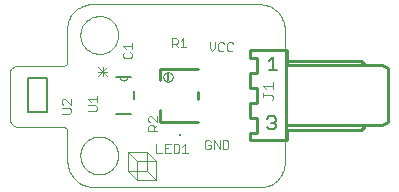
<source format=gto>
G75*
%MOIN*%
%OFA0B0*%
%FSLAX24Y24*%
%IPPOS*%
%LPD*%
%AMOC8*
5,1,8,0,0,1.08239X$1,22.5*
%
%ADD10C,0.0000*%
%ADD11C,0.0030*%
%ADD12C,0.0039*%
%ADD13C,0.0060*%
%ADD14C,0.0100*%
%ADD15C,0.0040*%
%ADD16R,0.0079X0.0315*%
%ADD17R,0.0098X0.0098*%
%ADD18C,0.0050*%
%ADD19C,0.0070*%
D10*
X004197Y001446D02*
X009709Y001446D01*
X009709Y001445D02*
X009764Y001448D01*
X009819Y001455D01*
X009874Y001465D01*
X009927Y001479D01*
X009980Y001496D01*
X010031Y001517D01*
X010081Y001541D01*
X010129Y001569D01*
X010176Y001599D01*
X010220Y001632D01*
X010262Y001668D01*
X010302Y001707D01*
X010339Y001748D01*
X010373Y001792D01*
X010404Y001838D01*
X010432Y001886D01*
X010457Y001935D01*
X010479Y001986D01*
X010497Y002038D01*
X010512Y002092D01*
X010523Y002146D01*
X010531Y002201D01*
X010535Y002256D01*
X010536Y002312D01*
X010536Y006682D01*
X010535Y006738D01*
X010531Y006793D01*
X010523Y006848D01*
X010512Y006902D01*
X010497Y006956D01*
X010479Y007008D01*
X010457Y007059D01*
X010432Y007108D01*
X010404Y007156D01*
X010373Y007202D01*
X010339Y007246D01*
X010302Y007287D01*
X010262Y007326D01*
X010220Y007362D01*
X010176Y007395D01*
X010129Y007425D01*
X010081Y007453D01*
X010031Y007477D01*
X009980Y007498D01*
X009927Y007515D01*
X009874Y007529D01*
X009819Y007539D01*
X009764Y007546D01*
X009709Y007549D01*
X009709Y007548D02*
X004119Y007548D01*
X003292Y006761D02*
X003292Y005659D01*
X003293Y005637D01*
X003291Y005615D01*
X003286Y005594D01*
X003277Y005574D01*
X003265Y005556D01*
X003251Y005539D01*
X003234Y005525D01*
X003215Y005514D01*
X003195Y005506D01*
X003174Y005501D01*
X001638Y005501D01*
X001638Y005502D02*
X001607Y005500D01*
X001577Y005495D01*
X001547Y005487D01*
X001518Y005475D01*
X001491Y005460D01*
X001466Y005442D01*
X001443Y005421D01*
X001422Y005398D01*
X001404Y005373D01*
X001389Y005346D01*
X001377Y005317D01*
X001369Y005287D01*
X001364Y005257D01*
X001362Y005226D01*
X001363Y005226D02*
X001363Y003769D01*
X001365Y003736D01*
X001370Y003704D01*
X001378Y003672D01*
X001390Y003641D01*
X001405Y003612D01*
X001423Y003584D01*
X001444Y003558D01*
X001467Y003535D01*
X001493Y003514D01*
X001521Y003496D01*
X001550Y003481D01*
X001581Y003469D01*
X001613Y003461D01*
X001645Y003456D01*
X001678Y003454D01*
X003134Y003454D01*
X003156Y003455D01*
X003178Y003453D01*
X003199Y003448D01*
X003219Y003439D01*
X003237Y003427D01*
X003254Y003413D01*
X003268Y003396D01*
X003279Y003377D01*
X003287Y003357D01*
X003292Y003336D01*
X003292Y002352D01*
X003291Y002352D02*
X003293Y002293D01*
X003299Y002234D01*
X003308Y002175D01*
X003322Y002118D01*
X003339Y002061D01*
X003360Y002005D01*
X003384Y001951D01*
X003412Y001899D01*
X003444Y001849D01*
X003478Y001800D01*
X003516Y001755D01*
X003556Y001711D01*
X003600Y001671D01*
X003645Y001633D01*
X003694Y001599D01*
X003744Y001567D01*
X003796Y001539D01*
X003850Y001515D01*
X003906Y001494D01*
X003963Y001477D01*
X004020Y001463D01*
X004079Y001454D01*
X004138Y001448D01*
X004197Y001446D01*
X003725Y002509D02*
X003727Y002559D01*
X003733Y002609D01*
X003743Y002658D01*
X003757Y002706D01*
X003774Y002753D01*
X003795Y002798D01*
X003820Y002842D01*
X003848Y002883D01*
X003880Y002922D01*
X003914Y002959D01*
X003951Y002993D01*
X003991Y003023D01*
X004033Y003050D01*
X004077Y003074D01*
X004123Y003095D01*
X004170Y003111D01*
X004218Y003124D01*
X004268Y003133D01*
X004317Y003138D01*
X004368Y003139D01*
X004418Y003136D01*
X004467Y003129D01*
X004516Y003118D01*
X004564Y003103D01*
X004610Y003085D01*
X004655Y003063D01*
X004698Y003037D01*
X004739Y003008D01*
X004778Y002976D01*
X004814Y002941D01*
X004846Y002903D01*
X004876Y002863D01*
X004903Y002820D01*
X004926Y002776D01*
X004945Y002730D01*
X004961Y002682D01*
X004973Y002633D01*
X004981Y002584D01*
X004985Y002534D01*
X004985Y002484D01*
X004981Y002434D01*
X004973Y002385D01*
X004961Y002336D01*
X004945Y002288D01*
X004926Y002242D01*
X004903Y002198D01*
X004876Y002155D01*
X004846Y002115D01*
X004814Y002077D01*
X004778Y002042D01*
X004739Y002010D01*
X004698Y001981D01*
X004655Y001955D01*
X004610Y001933D01*
X004564Y001915D01*
X004516Y001900D01*
X004467Y001889D01*
X004418Y001882D01*
X004368Y001879D01*
X004317Y001880D01*
X004268Y001885D01*
X004218Y001894D01*
X004170Y001907D01*
X004123Y001923D01*
X004077Y001944D01*
X004033Y001968D01*
X003991Y001995D01*
X003951Y002025D01*
X003914Y002059D01*
X003880Y002096D01*
X003848Y002135D01*
X003820Y002176D01*
X003795Y002220D01*
X003774Y002265D01*
X003757Y002312D01*
X003743Y002360D01*
X003733Y002409D01*
X003727Y002459D01*
X003725Y002509D01*
X005042Y005127D02*
X005044Y005106D01*
X005049Y005086D01*
X005058Y005067D01*
X005070Y005050D01*
X005085Y005035D01*
X005102Y005023D01*
X005121Y005014D01*
X005141Y005009D01*
X005162Y005007D01*
X005183Y005009D01*
X005203Y005014D01*
X005222Y005023D01*
X005239Y005035D01*
X005254Y005050D01*
X005266Y005067D01*
X005275Y005086D01*
X005280Y005106D01*
X005282Y005127D01*
X003725Y006525D02*
X003727Y006575D01*
X003733Y006625D01*
X003743Y006674D01*
X003757Y006722D01*
X003774Y006769D01*
X003795Y006814D01*
X003820Y006858D01*
X003848Y006899D01*
X003880Y006938D01*
X003914Y006975D01*
X003951Y007009D01*
X003991Y007039D01*
X004033Y007066D01*
X004077Y007090D01*
X004123Y007111D01*
X004170Y007127D01*
X004218Y007140D01*
X004268Y007149D01*
X004317Y007154D01*
X004368Y007155D01*
X004418Y007152D01*
X004467Y007145D01*
X004516Y007134D01*
X004564Y007119D01*
X004610Y007101D01*
X004655Y007079D01*
X004698Y007053D01*
X004739Y007024D01*
X004778Y006992D01*
X004814Y006957D01*
X004846Y006919D01*
X004876Y006879D01*
X004903Y006836D01*
X004926Y006792D01*
X004945Y006746D01*
X004961Y006698D01*
X004973Y006649D01*
X004981Y006600D01*
X004985Y006550D01*
X004985Y006500D01*
X004981Y006450D01*
X004973Y006401D01*
X004961Y006352D01*
X004945Y006304D01*
X004926Y006258D01*
X004903Y006214D01*
X004876Y006171D01*
X004846Y006131D01*
X004814Y006093D01*
X004778Y006058D01*
X004739Y006026D01*
X004698Y005997D01*
X004655Y005971D01*
X004610Y005949D01*
X004564Y005931D01*
X004516Y005916D01*
X004467Y005905D01*
X004418Y005898D01*
X004368Y005895D01*
X004317Y005896D01*
X004268Y005901D01*
X004218Y005910D01*
X004170Y005923D01*
X004123Y005939D01*
X004077Y005960D01*
X004033Y005984D01*
X003991Y006011D01*
X003951Y006041D01*
X003914Y006075D01*
X003880Y006112D01*
X003848Y006151D01*
X003820Y006192D01*
X003795Y006236D01*
X003774Y006281D01*
X003757Y006328D01*
X003743Y006376D01*
X003733Y006425D01*
X003727Y006475D01*
X003725Y006525D01*
X003292Y006761D02*
X003295Y006816D01*
X003302Y006870D01*
X003313Y006924D01*
X003327Y006978D01*
X003345Y007030D01*
X003367Y007080D01*
X003392Y007130D01*
X003420Y007177D01*
X003451Y007222D01*
X003486Y007265D01*
X003523Y007306D01*
X003563Y007344D01*
X003605Y007379D01*
X003650Y007411D01*
X003697Y007441D01*
X003745Y007466D01*
X003796Y007489D01*
X003847Y007508D01*
X003900Y007523D01*
X003954Y007535D01*
X004009Y007543D01*
X004064Y007547D01*
X004119Y007548D01*
D11*
X005441Y006246D02*
X005441Y006053D01*
X005393Y005952D02*
X005441Y005903D01*
X005441Y005807D01*
X005393Y005758D01*
X005199Y005758D01*
X005151Y005807D01*
X005151Y005903D01*
X005199Y005952D01*
X005248Y006053D02*
X005151Y006150D01*
X005441Y006150D01*
X004620Y005464D02*
X004307Y005150D01*
X004464Y005150D02*
X004464Y005464D01*
X004307Y005464D02*
X004620Y005150D01*
X004620Y005307D02*
X004307Y005307D01*
X004270Y004480D02*
X004270Y004286D01*
X004222Y004185D02*
X003980Y004185D01*
X004077Y004286D02*
X003980Y004383D01*
X004270Y004383D01*
X004222Y004185D02*
X004270Y004137D01*
X004270Y004040D01*
X004222Y003991D01*
X003980Y003991D01*
X003400Y003952D02*
X003400Y004048D01*
X003352Y004097D01*
X003110Y004097D01*
X003158Y004198D02*
X003110Y004246D01*
X003110Y004343D01*
X003158Y004391D01*
X003206Y004391D01*
X003400Y004198D01*
X003400Y004391D01*
X003400Y003952D02*
X003352Y003903D01*
X003110Y003903D01*
X005986Y003768D02*
X005986Y003671D01*
X006034Y003623D01*
X006034Y003522D02*
X006131Y003522D01*
X006179Y003474D01*
X006179Y003328D01*
X006276Y003328D02*
X005986Y003328D01*
X005986Y003474D01*
X006034Y003522D01*
X006179Y003425D02*
X006276Y003522D01*
X006276Y003623D02*
X006082Y003817D01*
X006034Y003817D01*
X005986Y003768D01*
X006276Y003817D02*
X006276Y003623D01*
X006244Y002895D02*
X006244Y002605D01*
X006437Y002605D01*
X006538Y002605D02*
X006732Y002605D01*
X006833Y002605D02*
X006978Y002605D01*
X007027Y002653D01*
X007027Y002847D01*
X006978Y002895D01*
X006833Y002895D01*
X006833Y002605D01*
X006635Y002750D02*
X006538Y002750D01*
X006538Y002895D02*
X006538Y002605D01*
X006538Y002895D02*
X006732Y002895D01*
X007128Y002798D02*
X007224Y002895D01*
X007224Y002605D01*
X007128Y002605D02*
X007321Y002605D01*
X007874Y002769D02*
X007922Y002721D01*
X008019Y002721D01*
X008067Y002769D01*
X008067Y002866D01*
X007970Y002866D01*
X007874Y002963D02*
X007874Y002769D01*
X007874Y002963D02*
X007922Y003011D01*
X008019Y003011D01*
X008067Y002963D01*
X008168Y003011D02*
X008362Y002721D01*
X008362Y003011D01*
X008463Y003011D02*
X008608Y003011D01*
X008656Y002963D01*
X008656Y002769D01*
X008608Y002721D01*
X008463Y002721D01*
X008463Y003011D01*
X008168Y003011D02*
X008168Y002721D01*
X008128Y005989D02*
X008225Y006085D01*
X008225Y006279D01*
X008326Y006230D02*
X008326Y006037D01*
X008374Y005989D01*
X008471Y005989D01*
X008519Y006037D01*
X008620Y006037D02*
X008669Y005989D01*
X008766Y005989D01*
X008814Y006037D01*
X008620Y006037D02*
X008620Y006230D01*
X008669Y006279D01*
X008766Y006279D01*
X008814Y006230D01*
X008519Y006230D02*
X008471Y006279D01*
X008374Y006279D01*
X008326Y006230D01*
X008031Y006279D02*
X008031Y006085D01*
X008128Y005989D01*
X007257Y006127D02*
X007064Y006127D01*
X007161Y006127D02*
X007161Y006417D01*
X007064Y006321D01*
X006963Y006369D02*
X006963Y006272D01*
X006914Y006224D01*
X006769Y006224D01*
X006866Y006224D02*
X006963Y006127D01*
X006769Y006127D02*
X006769Y006417D01*
X006914Y006417D01*
X006963Y006369D01*
D12*
X005930Y002627D02*
X005300Y002627D01*
X005300Y001997D01*
X005930Y001997D01*
X006244Y001682D01*
X006244Y002312D01*
X005930Y002627D01*
X005930Y001997D01*
X006244Y002312D02*
X005615Y002312D01*
X005300Y002627D01*
X005615Y002312D02*
X005615Y001682D01*
X005300Y001997D01*
X005615Y001682D02*
X006244Y001682D01*
D13*
X005402Y003907D02*
X004922Y003907D01*
X005512Y004387D02*
X005512Y004647D01*
X005402Y005127D02*
X005282Y005127D01*
X005042Y005127D01*
X004922Y005127D01*
D14*
X006390Y005009D02*
X006390Y005403D01*
X007650Y005403D01*
X007650Y004635D02*
X007650Y004399D01*
X006390Y004025D02*
X006390Y003631D01*
X007650Y003631D01*
X009372Y003767D02*
X009622Y003767D01*
X009622Y003267D01*
X009372Y003267D01*
X009372Y003017D01*
X010622Y003017D01*
X010622Y003367D01*
X013072Y003367D01*
X013212Y003497D01*
X013772Y003517D02*
X013972Y003617D01*
X013972Y004037D01*
X013972Y003997D02*
X013972Y005417D01*
X013772Y005517D01*
X010622Y005517D01*
X010622Y006017D01*
X009372Y006017D01*
X009372Y005767D01*
X009622Y005767D01*
X009622Y005267D01*
X009372Y005267D01*
X009372Y004767D01*
X009622Y004767D01*
X009622Y004267D01*
X009372Y004267D01*
X009372Y003767D01*
X010622Y003517D02*
X013772Y003517D01*
X013212Y005537D02*
X013072Y005667D01*
X010622Y005667D01*
D15*
X010157Y004952D02*
X010157Y004712D01*
X010157Y004832D02*
X009796Y004832D01*
X009917Y004712D01*
X009796Y004584D02*
X009796Y004464D01*
X009796Y004524D02*
X010097Y004524D01*
X010157Y004464D01*
X010157Y004404D01*
X010097Y004344D01*
X006489Y005127D02*
X006491Y005152D01*
X006497Y005176D01*
X006506Y005198D01*
X006519Y005219D01*
X006535Y005238D01*
X006554Y005254D01*
X006575Y005267D01*
X006597Y005276D01*
X006621Y005282D01*
X006646Y005284D01*
X006671Y005282D01*
X006695Y005276D01*
X006717Y005267D01*
X006738Y005254D01*
X006757Y005238D01*
X006773Y005219D01*
X006786Y005198D01*
X006795Y005176D01*
X006801Y005152D01*
X006803Y005127D01*
X006801Y005102D01*
X006795Y005078D01*
X006786Y005056D01*
X006773Y005035D01*
X006757Y005016D01*
X006738Y005000D01*
X006717Y004987D01*
X006695Y004978D01*
X006671Y004972D01*
X006646Y004970D01*
X006621Y004972D01*
X006597Y004978D01*
X006575Y004987D01*
X006554Y005000D01*
X006535Y005016D01*
X006519Y005035D01*
X006506Y005056D01*
X006497Y005078D01*
X006491Y005102D01*
X006489Y005127D01*
D16*
X006646Y005127D03*
D17*
X007054Y003206D03*
D18*
X010622Y003367D02*
X010622Y005517D01*
X002622Y005088D02*
X002622Y003946D01*
X001993Y003946D01*
X001993Y005088D01*
X002622Y005088D01*
D19*
X009997Y005361D02*
X010284Y005361D01*
X010140Y005361D02*
X010140Y005792D01*
X009997Y005648D01*
X010019Y003812D02*
X010162Y003812D01*
X010234Y003740D01*
X010234Y003668D01*
X010162Y003596D01*
X010234Y003525D01*
X010234Y003453D01*
X010162Y003381D01*
X010019Y003381D01*
X009947Y003453D01*
X010090Y003596D02*
X010162Y003596D01*
X009947Y003740D02*
X010019Y003812D01*
M02*

</source>
